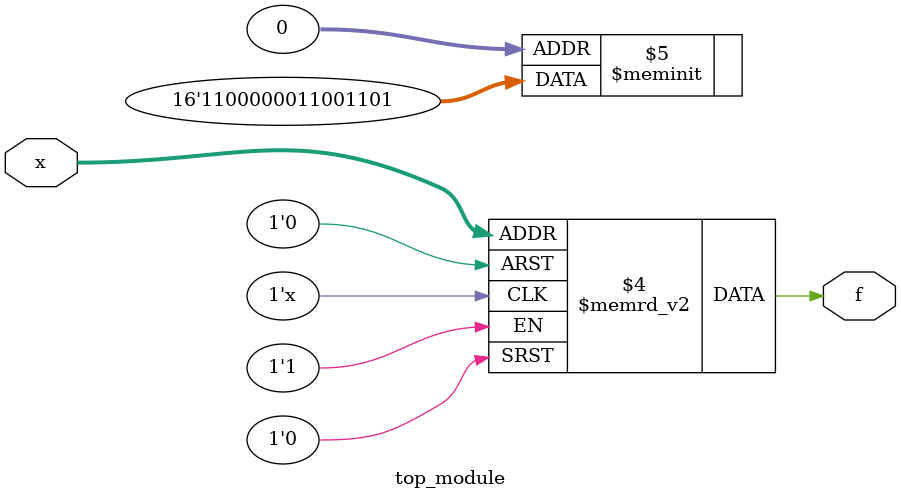
<source format=sv>
module top_module (
    input [4:1] x,
    output logic f
);

    always_comb begin
        case (x)
            4'b0000,
            4'b0010,
            4'b0011,
            4'b0110,
            4'b0111,
            4'b1110,
            4'b1111:
                f = 1'b1;
            
            4'b0001,
            4'b0100,
            4'b0101,
            4'b1000,
            4'b1001,
            4'b1010,
            4'b1011,
            4'b1100:
                f = 1'b0;

            default:
                f = 1'b0; // for any other inputs
        endcase
    end

endmodule

</source>
